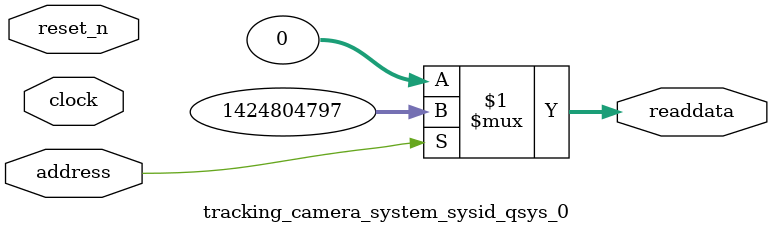
<source format=v>
module tracking_camera_system_sysid_qsys_0 (
                address,
                clock,
                reset_n,
                readdata
             )
;
  output  [ 31: 0] readdata;
  input            address;
  input            clock;
  input            reset_n;
  wire    [ 31: 0] readdata;
  assign readdata = address ? 1424804797 : 0;
endmodule
</source>
